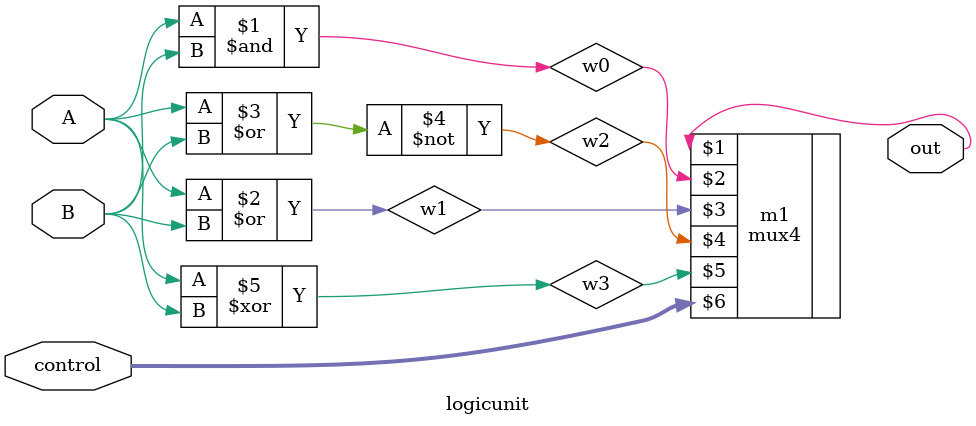
<source format=v>
module logicunit(out, A, B, control);
    output      out;
    input       A, B;
    input [1:0] control;
    wire w0, w1, w2, w3;

    and a1(w0, A, B);
    or  o1(w1, A, B);
    nor no1(w2, A, B);
    xor x1(w3, A, B);
    
    mux4 m1(out, w0, w1, w2, w3, control);

endmodule // logicunit

</source>
